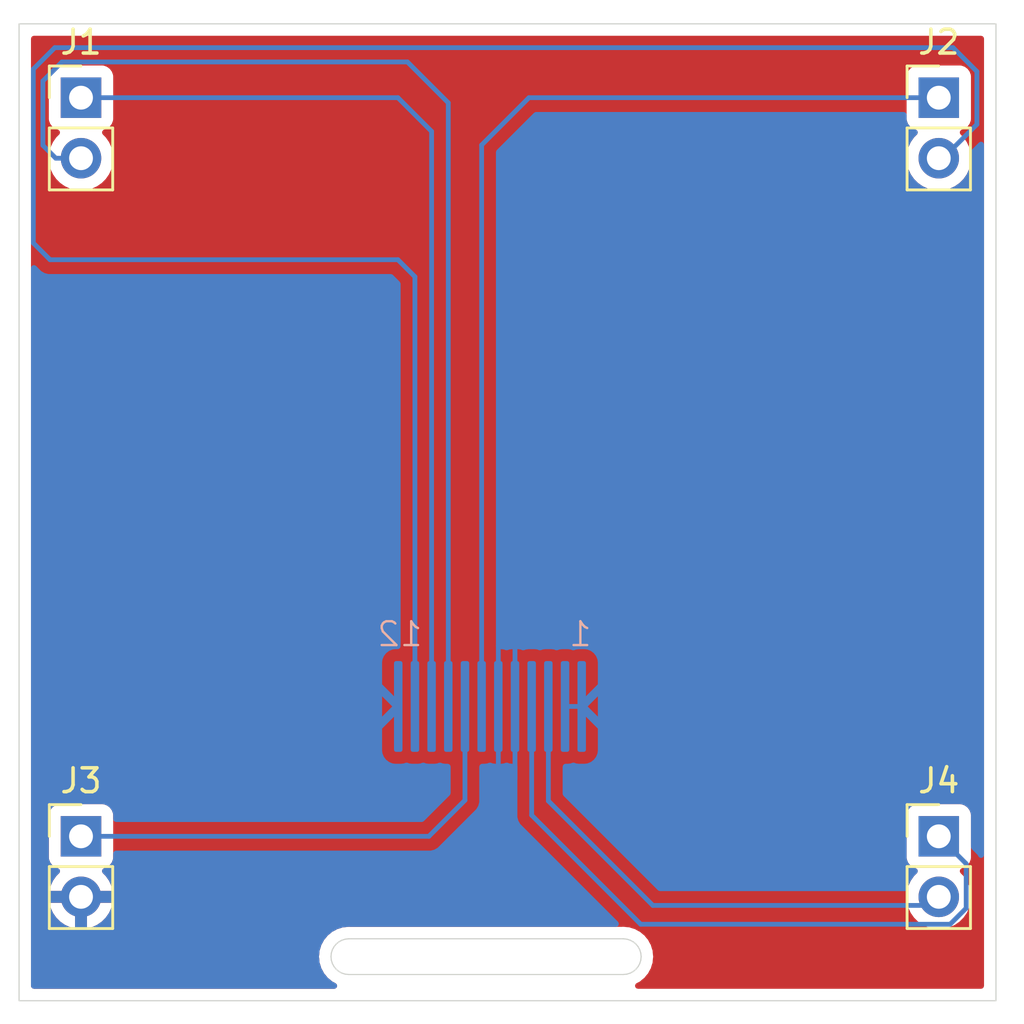
<source format=kicad_pcb>
(kicad_pcb (version 20240108) (generator "pcbnew") (generator_version "8.0")
  (layers (0 "F.Cu" signal) (31 "B.Cu" signal) (36 "B.SilkS" user "B.Silkscreen") (37 "F.SilkS" user "F.Silkscreen") (38 "B.Mask" user) (39 "F.Mask" user) (44 "Edge.Cuts" user))
  (net 0 "")
  (net 1 "/LCD_SPI3_MOSI")
  (net 2 "/LCD_SPI3_SCK")
  (net 3 "/LCD_DC")
  (net 4 "/LCD_RESET")
  (net 5 "GND")
  (net 6 "/LCD_SPI3_SS")
  (net 7 "/LCD_BACKLIGHT")
  (net 8 "+3.3V")
  (footprint "Connector_PinHeader_2.54mm:PinHeader_1x02_P2.54mm_Vertical" (layer "F.Cu") (at 96.4 74.1)
    (property "Reference" "J4" (at 0 -2.33 0) (layer "F.SilkS"))
    (property "Value" "Conn_01x02_Socket" (hide yes))
    (fp_line (start -1.33 -1.33) (end 0 -1.33) (stroke (width 0.12)) (layer "F.SilkS"))
    (fp_line (start -1.33 0) (end -1.33 -1.33) (stroke (width 0.12)) (layer "F.SilkS"))
    (fp_line (start -1.33 1.27) (end -1.33 3.87) (stroke (width 0.12)) (layer "F.SilkS"))
    (fp_line (start -1.33 1.27) (end 1.33 1.27) (stroke (width 0.12)) (layer "F.SilkS"))
    (fp_line (start -1.33 3.87) (end 1.33 3.87) (stroke (width 0.12)) (layer "F.SilkS"))
    (fp_line (start 1.33 1.27) (end 1.33 3.87) (stroke (width 0.12)) (layer "F.SilkS"))
    (pad "1" thru_hole rect (at 0 0) (size 1.7 1.7) (drill 1) (layers "*.Cu" "*.Mask") (net 8 "+3.3V"))
    (pad "2" thru_hole oval (at 0 2.54) (size 1.7 1.7) (drill 1) (layers "*.Cu" "*.Mask") (net 7 "/LCD_BACKLIGHT"))
  )
  (footprint "Connector_PinHeader_2.54mm:PinHeader_1x02_P2.54mm_Vertical" (layer "F.Cu") (at 96.4 43.1)
    (property "Reference" "J2" (at 0 -2.33 0) (layer "F.SilkS"))
    (property "Value" "Conn_01x02_Socket" (hide yes))
    (fp_line (start -1.33 -1.33) (end 0 -1.33) (stroke (width 0.12)) (layer "F.SilkS"))
    (fp_line (start -1.33 0) (end -1.33 -1.33) (stroke (width 0.12)) (layer "F.SilkS"))
    (fp_line (start -1.33 1.27) (end -1.33 3.87) (stroke (width 0.12)) (layer "F.SilkS"))
    (fp_line (start -1.33 1.27) (end 1.33 1.27) (stroke (width 0.12)) (layer "F.SilkS"))
    (fp_line (start -1.33 3.87) (end 1.33 3.87) (stroke (width 0.12)) (layer "F.SilkS"))
    (fp_line (start 1.33 1.27) (end 1.33 3.87) (stroke (width 0.12)) (layer "F.SilkS"))
    (pad "1" thru_hole rect (at 0 0) (size 1.7 1.7) (drill 1) (layers "*.Cu" "*.Mask") (net 3 "/LCD_DC"))
    (pad "2" thru_hole oval (at 0 2.54) (size 1.7 1.7) (drill 1) (layers "*.Cu" "*.Mask") (net 4 "/LCD_RESET"))
  )
  (footprint "Connector_PinHeader_2.54mm:PinHeader_1x02_P2.54mm_Vertical" (layer "F.Cu") (at 60.4 43.1)
    (property "Reference" "J1" (at 0 -2.33 0) (layer "F.SilkS"))
    (property "Value" "Conn_01x02_Socket" (hide yes))
    (fp_line (start -1.33 -1.33) (end 0 -1.33) (stroke (width 0.12)) (layer "F.SilkS"))
    (fp_line (start -1.33 0) (end -1.33 -1.33) (stroke (width 0.12)) (layer "F.SilkS"))
    (fp_line (start -1.33 1.27) (end -1.33 3.87) (stroke (width 0.12)) (layer "F.SilkS"))
    (fp_line (start -1.33 1.27) (end 1.33 1.27) (stroke (width 0.12)) (layer "F.SilkS"))
    (fp_line (start -1.33 3.87) (end 1.33 3.87) (stroke (width 0.12)) (layer "F.SilkS"))
    (fp_line (start 1.33 1.27) (end 1.33 3.87) (stroke (width 0.12)) (layer "F.SilkS"))
    (pad "1" thru_hole rect (at 0 0) (size 1.7 1.7) (drill 1) (layers "*.Cu" "*.Mask") (net 1 "/LCD_SPI3_MOSI"))
    (pad "2" thru_hole oval (at 0 2.54) (size 1.7 1.7) (drill 1) (layers "*.Cu" "*.Mask") (net 2 "/LCD_SPI3_SCK"))
  )
  (footprint "Connector_PinHeader_2.54mm:PinHeader_1x02_P2.54mm_Vertical" (layer "F.Cu") (at 60.4 74.1)
    (property "Reference" "J3" (at 0 -2.33 0) (layer "F.SilkS"))
    (property "Value" "Conn_01x02_Socket" (hide yes))
    (fp_line (start -1.33 -1.33) (end 0 -1.33) (stroke (width 0.12)) (layer "F.SilkS"))
    (fp_line (start -1.33 0) (end -1.33 -1.33) (stroke (width 0.12)) (layer "F.SilkS"))
    (fp_line (start -1.33 1.27) (end -1.33 3.87) (stroke (width 0.12)) (layer "F.SilkS"))
    (fp_line (start -1.33 1.27) (end 1.33 1.27) (stroke (width 0.12)) (layer "F.SilkS"))
    (fp_line (start -1.33 3.87) (end 1.33 3.87) (stroke (width 0.12)) (layer "F.SilkS"))
    (fp_line (start 1.33 1.27) (end 1.33 3.87) (stroke (width 0.12)) (layer "F.SilkS"))
    (pad "1" thru_hole rect (at 0 0) (size 1.7 1.7) (drill 1) (layers "*.Cu" "*.Mask") (net 6 "/LCD_SPI3_SS"))
    (pad "2" thru_hole oval (at 0 2.54) (size 1.7 1.7) (drill 1) (layers "*.Cu" "*.Mask") (net 5 "GND"))
  )
  (footprint "Custom_Footprints:Round_LCD" (layer "B.Cu") (at 81.4139 68.65 180)
    (property "Reference" "U1" (hide yes))
    (property "Value" "~" (hide yes))
    (pad "1" smd roundrect (at 0 0 180) (size 0.3556 3.81) (layers "B.Cu" "B.Paste" "B.Mask") (net 5 "GND"))
    (pad "2" smd roundrect (at 0.7 0 180) (size 0.3556 3.81) (layers "B.Cu" "B.Paste" "B.Mask") (net 5 "GND"))
    (pad "3" smd roundrect (at 1.4 0 180) (size 0.3556 3.81) (layers "B.Cu" "B.Paste" "B.Mask") (net 7 "/LCD_BACKLIGHT"))
    (pad "4" smd roundrect (at 2.1 0 180) (size 0.3556 3.81) (layers "B.Cu" "B.Paste" "B.Mask") (net 8 "+3.3V"))
    (pad "5" smd roundrect (at 2.8 0 180) (size 0.3556 3.81) (layers "B.Cu" "B.Paste" "B.Mask") (net 5 "GND"))
    (pad "6" smd roundrect (at 3.5 0 180) (size 0.3556 3.81) (layers "B.Cu" "B.Paste" "B.Mask") (net 5 "GND"))
    (pad "7" smd roundrect (at 4.2 0 180) (size 0.3556 3.81) (layers "B.Cu" "B.Paste" "B.Mask") (net 3 "/LCD_DC"))
    (pad "8" smd roundrect (at 4.9 0 180) (size 0.3556 3.81) (layers "B.Cu" "B.Paste" "B.Mask") (net 6 "/LCD_SPI3_SS"))
    (pad "9" smd roundrect (at 5.6 0 180) (size 0.3556 3.81) (layers "B.Cu" "B.Paste" "B.Mask") (net 2 "/LCD_SPI3_SCK"))
    (pad "10" smd roundrect (at 6.3 0 180) (size 0.3556 3.81) (layers "B.Cu" "B.Paste" "B.Mask") (net 1 "/LCD_SPI3_MOSI"))
    (pad "11" smd roundrect (at 7 0 180) (size 0.3556 3.81) (layers "B.Cu" "B.Paste" "B.Mask") (net 4 "/LCD_RESET"))
    (pad "12" smd roundrect (at 7.7 0 180) (size 0.3556 3.81) (layers "B.Cu" "B.Paste" "B.Mask") (net 5 "GND"))
  )
  (gr_line (start 83.90875 79.15) (end 83.89345 79.3007) (stroke (width 0.05)) (layer "Edge.Cuts"))
  (gr_line (start 70.89125 79.15) (end 70.90655 78.9993) (stroke (width 0.05)) (layer "Edge.Cuts"))
  (gr_line (start 83.89345 78.9993) (end 83.90875 79.15) (stroke (width 0.05)) (layer "Edge.Cuts"))
  (gr_line (start 71.64125 79.9) (end 71.49055 79.8847) (stroke (width 0.05)) (layer "Edge.Cuts"))
  (gr_line (start 83.30945 78.4153) (end 83.44995 78.4592) (stroke (width 0.05)) (layer "Edge.Cuts"))
  (gr_line (start 71.01975 78.7314) (end 71.11155 78.6203) (stroke (width 0.05)) (layer "Edge.Cuts"))
  (gr_line (start 83.89345 79.3007) (end 83.84955 79.4412) (stroke (width 0.05)) (layer "Edge.Cuts"))
  (gr_line (start 83.57735 79.7715) (end 83.44995 79.8408) (stroke (width 0.05)) (layer "Edge.Cuts"))
  (gr_line (start 83.15875 79.9) (end 71.64125 79.9) (stroke (width 0.05)) (layer "Edge.Cuts"))
  (gr_line (start 71.11155 78.6203) (end 71.22265 78.5285) (stroke (width 0.05)) (layer "Edge.Cuts"))
  (gr_line (start 71.22265 78.5285) (end 71.35005 78.4592) (stroke (width 0.05)) (layer "Edge.Cuts"))
  (gr_line (start 71.11155 79.6797) (end 71.01975 79.5686) (stroke (width 0.05)) (layer "Edge.Cuts"))
  (gr_line (start 83.68845 78.6203) (end 83.78025 78.7314) (stroke (width 0.05)) (layer "Edge.Cuts"))
  (gr_rect (start 57.8 40) (end 98.8 81) (stroke (width 0.05)) (fill none) (layer "Edge.Cuts"))
  (gr_line (start 71.49055 78.4153) (end 71.64125 78.4) (stroke (width 0.05)) (layer "Edge.Cuts"))
  (gr_line (start 70.95045 79.4412) (end 70.90655 79.3007) (stroke (width 0.05)) (layer "Edge.Cuts"))
  (gr_line (start 70.90655 79.3007) (end 70.89125 79.15) (stroke (width 0.05)) (layer "Edge.Cuts"))
  (gr_line (start 83.84955 78.8588) (end 83.89345 78.9993) (stroke (width 0.05)) (layer "Edge.Cuts"))
  (gr_line (start 70.90655 78.9993) (end 70.95045 78.8588) (stroke (width 0.05)) (layer "Edge.Cuts"))
  (gr_line (start 71.35005 79.8408) (end 71.22265 79.7715) (stroke (width 0.05)) (layer "Edge.Cuts"))
  (gr_line (start 83.78025 79.5686) (end 83.68845 79.6797) (stroke (width 0.05)) (layer "Edge.Cuts"))
  (gr_line (start 83.68845 79.6797) (end 83.57735 79.7715) (stroke (width 0.05)) (layer "Edge.Cuts"))
  (gr_line (start 83.84955 79.4412) (end 83.78025 79.5686) (stroke (width 0.05)) (layer "Edge.Cuts"))
  (gr_line (start 71.35005 78.4592) (end 71.49055 78.4153) (stroke (width 0.05)) (layer "Edge.Cuts"))
  (gr_line (start 71.49055 79.8847) (end 71.35005 79.8408) (stroke (width 0.05)) (layer "Edge.Cuts"))
  (gr_line (start 83.30945 79.8847) (end 83.15875 79.9) (stroke (width 0.05)) (layer "Edge.Cuts"))
  (gr_line (start 70.95045 78.8588) (end 71.01975 78.7314) (stroke (width 0.05)) (layer "Edge.Cuts"))
  (gr_line (start 83.44995 79.8408) (end 83.30945 79.8847) (stroke (width 0.05)) (layer "Edge.Cuts"))
  (gr_line (start 71.64125 78.4) (end 83.15875 78.4) (stroke (width 0.05)) (layer "Edge.Cuts"))
  (gr_line (start 71.01975 79.5686) (end 70.95045 79.4412) (stroke (width 0.05)) (layer "Edge.Cuts"))
  (gr_line (start 71.22265 79.7715) (end 71.11155 79.6797) (stroke (width 0.05)) (layer "Edge.Cuts"))
  (gr_line (start 83.57735 78.5285) (end 83.68845 78.6203) (stroke (width 0.05)) (layer "Edge.Cuts"))
  (gr_line (start 83.78025 78.7314) (end 83.84955 78.8588) (stroke (width 0.05)) (layer "Edge.Cuts"))
  (gr_line (start 83.15875 78.4) (end 83.30945 78.4153) (stroke (width 0.05)) (layer "Edge.Cuts"))
  (gr_line (start 83.44995 78.4592) (end 83.57735 78.5285) (stroke (width 0.05)) (layer "Edge.Cuts"))
  (gr_text "12" (at 74.8 66.2 0) (layer "B.SilkS") (effects (font (size 1 1) (thickness 0.1)) (justify left bottom mirror)))
  (gr_text "1" (at 81.9 66.2 0) (layer "B.SilkS") (effects (font (size 1 1) (thickness 0.1)) (justify left bottom mirror)))
  (segment (start 60.4 43.1) (end 73.7 43.1) (width 0.2) (layer "B.Cu") (net 1))
  (segment (start 75.1139 44.5139) (end 75.1139 68.65) (width 0.2) (layer "B.Cu") (net 1))
  (segment (start 73.7 43.1) (end 75.1139 44.5139) (width 0.2) (layer "B.Cu") (net 1))
  (segment (start 74.1 41.6) (end 59.6 41.6) (width 0.2) (layer "B.Cu") (net 2))
  (segment (start 75.8139 68.65) (end 75.8139 43.3139) (width 0.2) (layer "B.Cu") (net 2))
  (segment (start 58.8 45.1) (end 59.34 45.64) (width 0.2) (layer "B.Cu") (net 2))
  (segment (start 59.6 41.6) (end 58.8 42.4) (width 0.2) (layer "B.Cu") (net 2))
  (segment (start 75.8139 43.3139) (end 74.1 41.6) (width 0.2) (layer "B.Cu") (net 2))
  (segment (start 58.8 42.4) (end 58.8 45.1) (width 0.2) (layer "B.Cu") (net 2))
  (segment (start 59.34 45.64) (end 60.4 45.64) (width 0.2) (layer "B.Cu") (net 2))
  (segment (start 96.4 43.1) (end 79.2 43.1) (width 0.2) (layer "B.Cu") (net 3))
  (segment (start 77.2139 45.0861) (end 77.2139 68.65) (width 0.2) (layer "B.Cu") (net 3))
  (segment (start 79.2 43.1) (end 77.2139 45.0861) (width 0.2) (layer "B.Cu") (net 3))
  (segment (start 96.4 45.64) (end 96.58 45.64) (width 0.2) (layer "B.Cu") (net 4))
  (segment (start 97 41) (end 59.3 41) (width 0.2) (layer "B.Cu") (net 4))
  (segment (start 98 44.22) (end 98 42) (width 0.2) (layer "B.Cu") (net 4))
  (segment (start 58.4 49.2) (end 59.1 49.9) (width 0.2) (layer "B.Cu") (net 4))
  (segment (start 58.4 41.9) (end 58.4 49.2) (width 0.2) (layer "B.Cu") (net 4))
  (segment (start 59.1 49.9) (end 73.7 49.9) (width 0.2) (layer "B.Cu") (net 4))
  (segment (start 59.3 41) (end 58.4 41.9) (width 0.2) (layer "B.Cu") (net 4))
  (segment (start 96.58 45.64) (end 98 44.22) (width 0.2) (layer "B.Cu") (net 4))
  (segment (start 74.4139 50.6139) (end 74.4139 68.65) (width 0.2) (layer "B.Cu") (net 4))
  (segment (start 73.7 49.9) (end 74.4139 50.6139) (width 0.2) (layer "B.Cu") (net 4))
  (segment (start 98 42) (end 97 41) (width 0.2) (layer "B.Cu") (net 4))
  (segment (start 77.9139 68.65) (end 77.9139 66.0861) (width 0.2) (layer "B.Cu") (net 5))
  (segment (start 78.6139 68.65) (end 78.6139 71.6861) (width 0.2) (layer "B.Cu") (net 5))
  (segment (start 77.9139 68.65) (end 77.9139 71.5861) (width 0.2) (layer "B.Cu") (net 5))
  (segment (start 78.6139 68.65) (end 78.6139 65.9861) (width 0.2) (layer "B.Cu") (net 5))
  (segment (start 77.9139 66.0861) (end 78.1 65.9) (width 0.2) (layer "B.Cu") (net 5))
  (segment (start 80.7139 68.65) (end 81.4139 68.65) (width 0.2) (layer "B.Cu") (net 5))
  (segment (start 78.6139 65.9861) (end 78.8 65.8) (width 0.2) (layer "B.Cu") (net 5))
  (segment (start 75 74.1) (end 60.4 74.1) (width 0.2) (layer "B.Cu") (net 6))
  (segment (start 76.5139 68.65) (end 76.5139 72.5861) (width 0.2) (layer "B.Cu") (net 6))
  (segment (start 76.5139 72.5861) (end 75 74.1) (width 0.2) (layer "B.Cu") (net 6))
  (segment (start 96.04 77) (end 84.4 77) (width 0.2) (layer "B.Cu") (net 7))
  (segment (start 96.4 76.64) (end 96.04 77) (width 0.2) (layer "B.Cu") (net 7))
  (segment (start 80.0139 72.6139) (end 80.0139 68.65) (width 0.2) (layer "B.Cu") (net 7))
  (segment (start 84.4 77) (end 80.0139 72.6139) (width 0.2) (layer "B.Cu") (net 7))
  (segment (start 96.876346 77.79) (end 83.89 77.79) (width 0.2) (layer "B.Cu") (net 8))
  (segment (start 97.55 77.116346) (end 96.876346 77.79) (width 0.2) (layer "B.Cu") (net 8))
  (segment (start 97.55 75.25) (end 97.55 77.116346) (width 0.2) (layer "B.Cu") (net 8))
  (segment (start 96.4 74.1) (end 97.55 75.25) (width 0.2) (layer "B.Cu") (net 8))
  (segment (start 83.89 77.79) (end 79.3139 73.2139) (width 0.2) (layer "B.Cu") (net 8))
  (segment (start 79.3139 73.2139) (end 79.3139 68.65) (width 0.2) (layer "B.Cu") (net 8))
  (zone (net 5) (net_name "GND") (layers "F&B.Cu") (connect_pads (clearance 0.5)) (min_thickness 0.25) (fill yes (thermal_gap 0.5) (thermal_bridge_width 0.5))
    (polygon (pts (xy 57 39) (xy 100 39) (xy 100 82) (xy 57 82)))
  )
)
</source>
